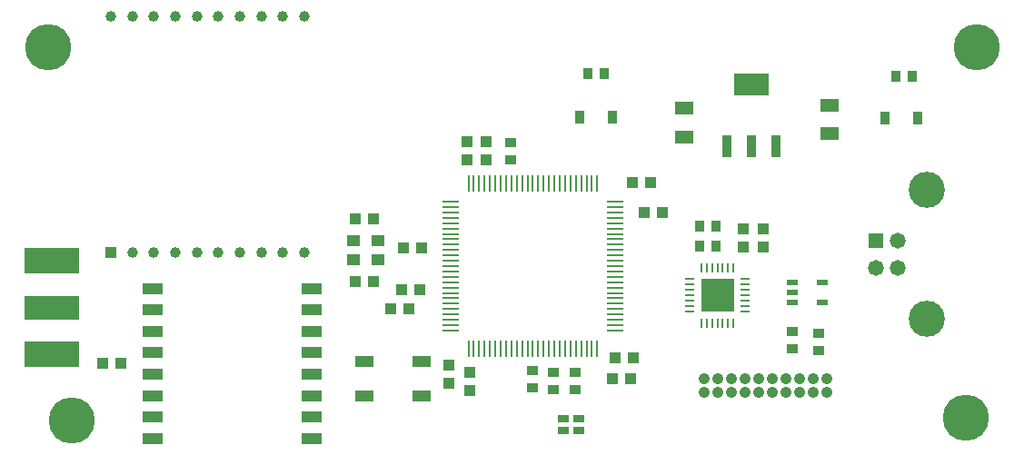
<source format=gbr>
%TF.GenerationSoftware,KiCad,Pcbnew,(6.0.8)*%
%TF.CreationDate,2022-10-11T12:40:35-07:00*%
%TF.ProjectId,Ground-Station-Telemetry,47726f75-6e64-42d5-9374-6174696f6e2d,rev?*%
%TF.SameCoordinates,Original*%
%TF.FileFunction,Soldermask,Top*%
%TF.FilePolarity,Negative*%
%FSLAX46Y46*%
G04 Gerber Fmt 4.6, Leading zero omitted, Abs format (unit mm)*
G04 Created by KiCad (PCBNEW (6.0.8)) date 2022-10-11 12:40:35*
%MOMM*%
%LPD*%
G01*
G04 APERTURE LIST*
%ADD10R,0.940000X1.020000*%
%ADD11R,0.965200X1.295400*%
%ADD12R,5.080000X2.286000*%
%ADD13R,5.080000X2.413000*%
%ADD14R,1.300000X1.100000*%
%ADD15R,1.008000X1.008000*%
%ADD16C,1.008000*%
%ADD17R,1.950000X1.050000*%
%ADD18R,0.900000X0.254000*%
%ADD19R,0.254000X0.900000*%
%ADD20R,3.100000X3.100000*%
%ADD21R,0.950000X2.150000*%
%ADD22R,3.250000X2.150000*%
%ADD23R,1.560000X0.280000*%
%ADD24R,0.280000X1.560000*%
%ADD25R,1.020000X0.940000*%
%ADD26R,1.478000X1.478000*%
%ADD27C,1.478000*%
%ADD28C,3.366000*%
%ADD29C,1.066800*%
%ADD30C,4.300000*%
%ADD31R,0.979300X0.558800*%
%ADD32R,1.000000X0.800000*%
%ADD33R,1.100000X1.000000*%
%ADD34R,1.000000X1.100000*%
%ADD35R,1.778000X1.270000*%
%ADD36R,1.700000X0.990600*%
G04 APERTURE END LIST*
D10*
%TO.C,R6*%
X214348000Y-79121000D03*
X215928000Y-79121000D03*
%TD*%
D11*
%TO.C,D2*%
X213360000Y-83058000D03*
X216408000Y-83058000D03*
%TD*%
D12*
%TO.C,AE1*%
X135699500Y-100711000D03*
D13*
X135699500Y-105092500D03*
X135699500Y-96329500D03*
%TD*%
D14*
%TO.C,Y1*%
X166139500Y-94477000D03*
X163839500Y-94477000D03*
X163839500Y-96277000D03*
X166139500Y-96277000D03*
%TD*%
D15*
%TO.C,U5*%
X141237500Y-95560000D03*
D16*
X143237500Y-95560000D03*
X145237500Y-95560000D03*
X147237500Y-95560000D03*
X149237500Y-95560000D03*
X151237500Y-95560000D03*
X153237500Y-95560000D03*
X155237500Y-95560000D03*
X157237500Y-95560000D03*
X159237500Y-95560000D03*
X159237500Y-73560000D03*
X157237500Y-73560000D03*
X155237500Y-73560000D03*
X153237500Y-73560000D03*
X151237500Y-73560000D03*
X149237500Y-73560000D03*
X147237500Y-73560000D03*
X145237500Y-73560000D03*
X143237500Y-73560000D03*
X141237500Y-73560000D03*
%TD*%
D17*
%TO.C,U4*%
X159927000Y-112918000D03*
X159927000Y-110918000D03*
X159927000Y-108918000D03*
X159927000Y-106918000D03*
X159927000Y-104918000D03*
X159927000Y-102918000D03*
X159927000Y-100918000D03*
X159927000Y-98918000D03*
X145127000Y-98918000D03*
X145127000Y-100918000D03*
X145127000Y-102918000D03*
X145127000Y-104918000D03*
X145127000Y-106918000D03*
X145127000Y-108918000D03*
X145127000Y-110918000D03*
X145127000Y-112918000D03*
%TD*%
D18*
%TO.C,U3*%
X200327000Y-101068000D03*
X200327000Y-100568000D03*
X200327000Y-100068000D03*
X200327000Y-99568000D03*
X200327000Y-99068000D03*
X200327000Y-98568000D03*
X200327000Y-98068000D03*
D19*
X199237000Y-96978000D03*
X198737000Y-96978000D03*
X198237000Y-96978000D03*
X197737000Y-96978000D03*
X197237000Y-96978000D03*
X196737000Y-96978000D03*
X196237000Y-96978000D03*
D18*
X195147000Y-98068000D03*
X195147000Y-98568000D03*
X195147000Y-99068000D03*
X195147000Y-99568000D03*
X195147000Y-100068000D03*
X195147000Y-100568000D03*
X195147000Y-101068000D03*
D19*
X196237000Y-102158000D03*
X196737000Y-102158000D03*
X197237000Y-102158000D03*
X197737000Y-102158000D03*
X198237000Y-102158000D03*
X198737000Y-102158000D03*
X199237000Y-102158000D03*
D20*
X197737000Y-99568000D03*
%TD*%
D21*
%TO.C,U2*%
X198614000Y-85683000D03*
D22*
X200914000Y-79883000D03*
D21*
X200914000Y-85683000D03*
X203214000Y-85683000D03*
%TD*%
D23*
%TO.C,U1*%
X172860000Y-90841000D03*
X172860000Y-91341000D03*
X172860000Y-91841000D03*
X172860000Y-92341000D03*
X172860000Y-92841000D03*
X172860000Y-93341000D03*
X172860000Y-93841000D03*
X172860000Y-94341000D03*
X172860000Y-94841000D03*
X172860000Y-95341000D03*
X172860000Y-95841000D03*
X172860000Y-96341000D03*
X172860000Y-96841000D03*
X172860000Y-97341000D03*
X172860000Y-97841000D03*
X172860000Y-98341000D03*
X172860000Y-98841000D03*
X172860000Y-99341000D03*
X172860000Y-99841000D03*
X172860000Y-100341000D03*
X172860000Y-100841000D03*
X172860000Y-101341000D03*
X172860000Y-101841000D03*
X172860000Y-102341000D03*
X172860000Y-102841000D03*
D24*
X174540000Y-104521000D03*
X175040000Y-104521000D03*
X175540000Y-104521000D03*
X176040000Y-104521000D03*
X176540000Y-104521000D03*
X177040000Y-104521000D03*
X177540000Y-104521000D03*
X178040000Y-104521000D03*
X178540000Y-104521000D03*
X179040000Y-104521000D03*
X179540000Y-104521000D03*
X180040000Y-104521000D03*
X180540000Y-104521000D03*
X181040000Y-104521000D03*
X181540000Y-104521000D03*
X182040000Y-104521000D03*
X182540000Y-104521000D03*
X183040000Y-104521000D03*
X183540000Y-104521000D03*
X184040000Y-104521000D03*
X184540000Y-104521000D03*
X185040000Y-104521000D03*
X185540000Y-104521000D03*
X186040000Y-104521000D03*
X186540000Y-104521000D03*
D23*
X188220000Y-102841000D03*
X188220000Y-102341000D03*
X188220000Y-101841000D03*
X188220000Y-101341000D03*
X188220000Y-100841000D03*
X188220000Y-100341000D03*
X188220000Y-99841000D03*
X188220000Y-99341000D03*
X188220000Y-98841000D03*
X188220000Y-98341000D03*
X188220000Y-97841000D03*
X188220000Y-97341000D03*
X188220000Y-96841000D03*
X188220000Y-96341000D03*
X188220000Y-95841000D03*
X188220000Y-95341000D03*
X188220000Y-94841000D03*
X188220000Y-94341000D03*
X188220000Y-93841000D03*
X188220000Y-93341000D03*
X188220000Y-92841000D03*
X188220000Y-92341000D03*
X188220000Y-91841000D03*
X188220000Y-91341000D03*
X188220000Y-90841000D03*
D24*
X186540000Y-89161000D03*
X186040000Y-89161000D03*
X185540000Y-89161000D03*
X185040000Y-89161000D03*
X184540000Y-89161000D03*
X184040000Y-89161000D03*
X183540000Y-89161000D03*
X183040000Y-89161000D03*
X182540000Y-89161000D03*
X182040000Y-89161000D03*
X181540000Y-89161000D03*
X181040000Y-89161000D03*
X180540000Y-89161000D03*
X180040000Y-89161000D03*
X179540000Y-89161000D03*
X179040000Y-89161000D03*
X178540000Y-89161000D03*
X178040000Y-89161000D03*
X177540000Y-89161000D03*
X177040000Y-89161000D03*
X176540000Y-89161000D03*
X176040000Y-89161000D03*
X175540000Y-89161000D03*
X175040000Y-89161000D03*
X174540000Y-89161000D03*
%TD*%
D10*
%TO.C,R9*%
X196060000Y-94996000D03*
X197640000Y-94996000D03*
%TD*%
%TO.C,R8*%
X196060000Y-93091000D03*
X197640000Y-93091000D03*
%TD*%
%TO.C,R7*%
X185646000Y-78867000D03*
X187226000Y-78867000D03*
%TD*%
D25*
%TO.C,R5*%
X204724000Y-104549000D03*
X204724000Y-102969000D03*
%TD*%
%TO.C,R4*%
X207137000Y-104676000D03*
X207137000Y-103096000D03*
%TD*%
%TO.C,R3*%
X180543200Y-108181200D03*
X180543200Y-106601200D03*
%TD*%
%TO.C,R2*%
X184454800Y-106753600D03*
X184454800Y-108333600D03*
%TD*%
%TO.C,R1*%
X182422800Y-106753600D03*
X182422800Y-108333600D03*
%TD*%
D26*
%TO.C,P2*%
X212545500Y-94508000D03*
D27*
X212545500Y-97008000D03*
X214545500Y-97008000D03*
X214545500Y-94508000D03*
D28*
X217255500Y-101778000D03*
X217255500Y-89738000D03*
%TD*%
D29*
%TO.C,P1*%
X207899000Y-107303950D03*
X207899000Y-108573950D03*
X206629000Y-107303950D03*
X206629000Y-108573950D03*
X205359000Y-107303950D03*
X205359000Y-108573950D03*
X204089000Y-107303950D03*
X204089000Y-108573950D03*
X202819000Y-107303950D03*
X202819000Y-108573950D03*
X201549000Y-107303950D03*
X201549000Y-108573950D03*
X200279000Y-107303950D03*
X200279000Y-108573950D03*
X199009000Y-107303950D03*
X199009000Y-108573950D03*
X197739000Y-107303950D03*
X197739000Y-108573950D03*
X196469000Y-107303950D03*
X196469000Y-108573950D03*
%TD*%
D25*
%TO.C,J1*%
X178435000Y-85316000D03*
X178435000Y-86896000D03*
%TD*%
D30*
%TO.C,H4*%
X137541000Y-111252000D03*
%TD*%
%TO.C,H3*%
X221869000Y-76454000D03*
%TD*%
%TO.C,H2*%
X135382000Y-76454000D03*
%TD*%
%TO.C,H1*%
X220853000Y-110998000D03*
%TD*%
D31*
%TO.C,D4*%
X204753052Y-98363999D03*
X204753052Y-99314000D03*
X204753052Y-100264001D03*
X207484948Y-100264001D03*
X207484948Y-98363999D03*
%TD*%
D11*
%TO.C,D3*%
X184912000Y-82931000D03*
X187960000Y-82931000D03*
%TD*%
D32*
%TO.C,D1*%
X183349200Y-111057600D03*
X184849200Y-111057600D03*
X184849200Y-112157600D03*
X183349200Y-112157600D03*
%TD*%
D33*
%TO.C,C18*%
X142175600Y-105867200D03*
X140475600Y-105867200D03*
%TD*%
D34*
%TO.C,C17*%
X200152000Y-95084000D03*
X200152000Y-93384000D03*
%TD*%
%TO.C,C16*%
X202031600Y-95033200D03*
X202031600Y-93333200D03*
%TD*%
D33*
%TO.C,C15*%
X168998000Y-100838000D03*
X167298000Y-100838000D03*
%TD*%
%TO.C,C14*%
X170014000Y-99060000D03*
X168314000Y-99060000D03*
%TD*%
%TO.C,C13*%
X163996000Y-98298000D03*
X165696000Y-98298000D03*
%TD*%
%TO.C,C12*%
X189777000Y-89027000D03*
X191477000Y-89027000D03*
%TD*%
%TO.C,C11*%
X170141000Y-95123000D03*
X168441000Y-95123000D03*
%TD*%
D34*
%TO.C,C10*%
X174371000Y-86956000D03*
X174371000Y-85256000D03*
%TD*%
%TO.C,C9*%
X174625000Y-106719000D03*
X174625000Y-108419000D03*
%TD*%
D33*
%TO.C,C8*%
X163996000Y-92456000D03*
X165696000Y-92456000D03*
%TD*%
D34*
%TO.C,C6*%
X176149000Y-86956000D03*
X176149000Y-85256000D03*
%TD*%
D33*
%TO.C,C5*%
X188227600Y-105410000D03*
X189927600Y-105410000D03*
%TD*%
D35*
%TO.C,C7*%
X194614800Y-84785200D03*
X194614800Y-82143600D03*
%TD*%
%TO.C,C4*%
X208153000Y-81864200D03*
X208153000Y-84505800D03*
%TD*%
D33*
%TO.C,C3*%
X190920000Y-91821000D03*
X192620000Y-91821000D03*
%TD*%
%TO.C,C2*%
X187922800Y-107340400D03*
X189622800Y-107340400D03*
%TD*%
D34*
%TO.C,C1*%
X172720000Y-106084000D03*
X172720000Y-107784000D03*
%TD*%
D36*
%TO.C,B1*%
X170213000Y-108914999D03*
X164813000Y-108914999D03*
X170213000Y-105715001D03*
X164813000Y-105715001D03*
%TD*%
M02*

</source>
